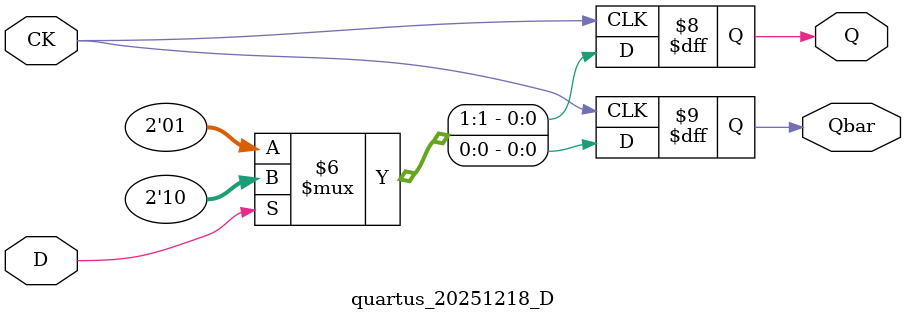
<source format=v>
module quartus_20251218_D(CK,D,Q,Qbar);
	input CK,D;
	output Q,Qbar;
	reg Q=0,Qbar=1;
	
	always @(posedge CK) begin
		if(D==1) {Q,Qbar}={1'b1,1'b0};
		else {Q,Qbar}={1'b0,1'b1};
	end
endmodule

</source>
